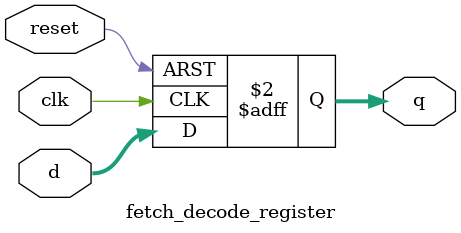
<source format=v>
`timescale 1ns/1ps

module fetch_decode_register (
    input wire clk,
    input wire reset,
    input wire [96:0] d,
    output reg [96:0] q
);
    
    always @(posedge clk or posedge reset) begin
        if (reset)
            q <= {97{1'b0}};
        else
            q <= d;
    end
    
endmodule

</source>
